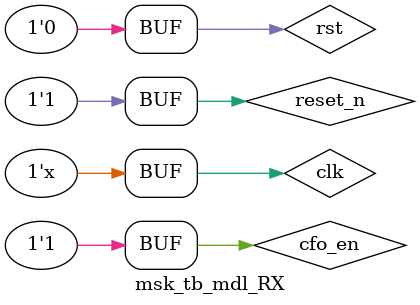
<source format=sv>
`timescale 1ns / 1ps  // <time_unit>/<time_precision>



module msk_tb_mdl_RX;

  // Clock and reset
  logic clk=0;
  logic reset_n;

  // Clock generation (200 MHz)
  always #2.5ns clk = ~clk; // 5 ns period (200 MHz)
  //always #625ps clk = ~clk; // 800 MHz

  initial begin
    // Initialize signals
    clk = 0;
    reset_n = 0;
    #20 reset_n = 1;

  end
  logic rst;
  assign rst = !reset_n;

//-------------------------------------------------------------------------------------------------

  localparam int FDW = 256;
  localparam logic [FDW-1:0] FIXED_DATA = 'h901000000033000000FFFFFFFF010000007700ffff00000001010000ffa50ffe;

//-------------------------------------------------------------------------------------------------
// adc_long
// 
// adc_0, adc_Tp30, adc_Tp10, adc_Tp05, adc_Tp40, adc_Tp49
// adc_Tp30_C40_Jp01
// adc_2, adc_long, adc_ones, adc_alternating, adc_zeros
// adc_2_alt, adc_3_alt, adc_4_alt, adc_5_alt, adc_6_alt, adc_7_alt, adc_4_alt_T0_C0_J000
// 
// adc_5alt_Tp10, adc_5_alt_T10_C0_J000, adc_5_alt_T30_C0_J000, adc_5_alt_T0_C10_J000
// adc_5_alt_T0_C30_J000, adc_5_alt_T0_C0_J001, adc_5_alt_T0_C0_J003, adc_5_alt_T0_C0_J005
// adc_5_alt_T41_C0_J000, adc_5_alt_T0_C100_J000
// adc_5_alt_T43_C100_J005, 
//
// adc_data_nominal, adc_data_F1000.0
//-------------------------------------------------------------------------------------------------
  logic signed [15:0] adc0;

  file_read_simple #(
    .DATA_WIDTH(16),.CLKLESS(0),.PERIOD_NS(),.DATA_FORMAT("dec"),.FILE_DIR("sub/msk_modem/sim/data/"),
    .FILE_NAME("adc_data_F1000.0.dat") //adc_5_alt_T30_C0_J000
  ) file_read_simple_inst0 (
    .rst(~reset_n),.clk(clk),
    .data_out(adc0),
    .data_val(adc0_val)
  );

//-------------------------------------------------------------------------------------------------
//
//-------------------------------------------------------------------------------------------------
  localparam IQW = 16;
  
  logic signed [IQW-1:0] i_fir, i_mf;
  logic signed [IQW-1:0] q_fir, q_mf;

  ddc_lpf_mdl #(
    .IF(50e6 ),
    .FS(200e6) 
  ) ddc_mdl_inst (
    .clk    (clk),
    .rst    (rst),
    .adc_in (adc0),
    .adc_val(adc0_val),
    .I_out  (i_fir),
    .Q_out  (q_fir),
    .iq_out_val(iq_val)
  );

  msk_mf #(
    .WI (IQW), .WO (IQW)
  ) msk_mf_I (
    .clk      (clk),
    .din      (i_fir),
    .din_val  (iq_val),
    .dout     (i_mf),
    .dout_val (mf_val)
  );

  msk_mf #(
    .WI (IQW), .WO (IQW)
  ) msk_mf_Q (
    .clk      (clk),
    .din      (q_fir),
    .din_val  (iq_val),
    .dout     (q_mf),
    .dout_val ()
  );



  localparam int WIQ    = IQW;
  localparam int WO     = 18;
  localparam int WERR   = 18;
  localparam int INT_W  = 5;
  localparam int FRAC_W = 27;

  logic signed  [WIQ-1:0]     i_raw_delay, q_raw_delay;
  logic signed  [WO-1:0]      i_sym, q_sym;
  logic signed  [WERR-1:0]    ek, lf_ctrl;
  logic         [INT_W-1:0]   phase_int;
  logic         [FRAC_W-1:0]  mu;


  gardner_ted_mdl #(
    .RAW_DLY  (5), // adjusted here to 5 to stabilize coarse CFO. need repeat data sequence of "0011" / "00001111" 
    .OSF      (20),
    .WI       (16),
    .WO       (18)
  ) gardner_ted_inst (
    .clk          (clk      ),
    .reset_n      (reset_n  ),
    .i_in         (i_mf     ),
    .q_in         (q_mf     ),
    .iq_val       (mf_val   ),
    .sym_valid_i  (sym_val  ),
    .e_out_o      (ek       ),
    .e_valid_o    (ek_val   ),
    .i_raw_delay_o(i_raw_delay),
    .q_raw_delay_o(q_raw_delay)
  );

  pi_loop_filter_mdl #(
    .WERR      (WERR),
//    .KP_SHIFT  (7 ),
//    .KI_SHIFT  (12),
    .ACC_WIDTH (24)
  ) pi_loop_filter_inst (
    .clk        (clk          ),
    .reset_n    (reset_n      ),
    .e_in_i     (ek           ),
    .e_valid_i  (ek_val       ),
    .ctrl_o     (lf_ctrl      ),
    .ctrl_val_o (lf_ctrl_val  )
  );


  phase_accum_mdl #(
    .OSF       (20),
    .CTRL_W    (WERR),
    .INT_W     (INT_W ),
    .FRAC_W    (FRAC_W)
  ) phase_accum_inst (
    .clk          (clk        ),
    .reset_n      (reset_n    ),
    .ctrl_i       (lf_ctrl    ),
    .ctrl_val_i   (lf_ctrl_val),
    .sym_valid_o  (sym_val    ),
    .phase_int_o  (phase_int  ),
    .mu_o         (mu         )
  );

//-------------------------------------------------------------------------------------------------
// new interp mdl
//-------------------------------------------------------------------------------------------------
  localparam PIW = 16;
  logic signed [PIW-1:0] i_sym_interp, q_sym_interp;

  polyphase_interp_mdl #(
    .OSF       (20),
    .TAPS_PPH  (INT_W ),
    .WIQ       (WIQ),
    .WO        (PIW)
  ) polyphase_interp_NEW (
    .clk          (clk        ),
    .rst          (rst        ),
    .i_raw_i      (i_raw_delay),
    .q_raw_i      (q_raw_delay),
    .iq_raw_val_i (iq_val     ), 
    .phase_int_i  (phase_int  ),
    .mu_i         (mu         ),
    .sym_valid_i  (sym_val    ),
    .i_sym_o      (i_sym_interp  ),
    .q_sym_o      (q_sym_interp  ),
    .sym_valid_o  (sym_val_interp)
  );

  msk_slicer_dec_mdl #(
    .IW (PIW)
  ) msk_slicer_dec_NEW (
    .clk          (clk          ),
    .reset_n      (reset_n      ),
    .i_sym_i      (i_sym_interp ),
    .q_sym_i      (q_sym_interp ),
    .sym_valid_i  (sym_val_interp  ),
    .data_o       (data_NEW     ),
    .data_valid_o (data_val_NEW )
  );

  localparam shifterWid = 128;

  shifter_viewer # (
    .FDW(FDW),
    .FIXED_DATA(FIXED_DATA),
    .WIDTH(shifterWid)
  ) shifter_viewer_NEW (
    .clk        (clk),
    .rst        (!reset_n),
    .data_i     (data_NEW),
    .data_val_i (data_val_NEW)
  );

//-------------------------------------------------------------------------------------------------
// OVERSAMP BYPASS old demod works
// bypass loop
//-------------------------------------------------------------------------------------------------

  msk_demod_mdl #(
    .FS     (200.0e6),  
    .F_SYM  (10.0e6 )   
  )msk_demod_mdl_OVERSAMP(
    .clk          (clk),
    .reset_n      (reset_n),
    .midpoint_adj (1),
    .i_in         (i_fir),
    .q_in         (q_fir),
    .iq_val       (iq_val),
    .data_out     (data_OVERSAMP),
    .data_val     (data_val_OVERSAMP)
  );


  shifter_viewer # (
    .FDW(FDW),
    .FIXED_DATA(FIXED_DATA),
    .WIDTH(shifterWid)
  ) shifter_viewer_OVERSAMP (
    .clk        (clk),
    .rst        (!reset_n),
    .data_i     (data_OVERSAMP),
    .data_val_i (data_val_OVERSAMP)
  );


//-------------------------------------------------------------------------------------------------
// carrier recovery
//-------------------------------------------------------------------------------------------------
  logic cfo_en;

//  variable_strobe # (.PTR(2)) 
//  variable_strobe_inst (
//    .clk(clk),.rst(rst),
//    .en_i('1),
//    .stb_o(sym_val_dbg));


  coarse_cfo_mdl coarse_cfo_mdl_inst (
    .clk        (clk              ),
    .rst_n      (reset_n          ),
    .enable     (cfo_en           ), // high during acquisition
    .vld_in     (sym_val_interp   ), // one strobe per symbol
    .i_in       (i_sym_interp     ), // timing‑loop I sample
    .q_in       (q_sym_interp     ), // timing‑loop Q sample
    .freq_word  (), // coarse word for NCO
    .done       ()  // 1‑clk pulse when estimate valid
  );

  initial begin 
    cfo_en = '0;
    #400ns
    cfo_en = '1;
  end


  localparam DIW = 16;
  localparam DDSW = 16;
  localparam PW = 32;
 
  logic signed [DIW-1:0] derot_i, derot_q;
  logic signed [DDSW-1:0] dds_sin, dds_cos;


  derotator_mdl #(
    .WIDTH        (DIW),
    .DDS_WIDTH    (DDSW),
    .PHASE_WIDTH  (PW)
  ) derotator_mdl_inst (
    .clk            (clk),
    .rst            (rst),            
    .sym_valid_in   (sym_val_interp && cfo_en), 
    .din_i          (i_sym_interp),
    .din_q          (q_sym_interp),
    .cos_in         (dds_cos),
    .sin_in         (dds_sin),
    .sym_valid_out  (derot_val),  
    .dout_i         (derot_i),
    .dout_q         (derot_q)
  );

  localparam EW = 24;
  logic signed [EW-1:0] pdet_err;

  phase_detector_mdl #(
    .IW (DIW), 
    .EW (EW)  
  ) phase_detector_mdl_inst (
    .clk        (clk),
    .rst        (rst),
    .sym_valid  (derot_val && cfo_en),
    .din_i      (derot_i),
    .din_q      (derot_q),
    .err_valid  (pdet_err_val),
    .phase_err  (pdet_err)
  );

  logic signed [PW-1:0] freq_word;

  loop_filter_cfo_mdl #(
    .ERR_WIDTH      (EW), 
    .PHASE_WIDTH    (PW), 
    .KP             (1.2e-6), 
    .KI             (5.0e-8)  
  ) loop_filter_cfo_mdl_inst (
    .clk            (clk),
    .rst            (rst),
    .err_valid_i    (pdet_err_val),   
    .phase_err_i    (pdet_err),   // phase detect
    .freq_valid_o   (freq_word_val),   
    .freq_word_o    (freq_word)    
  );

  nco_dds_mdl #(
    .PHASE_WIDTH  (PW),
    .AMP_WIDTH    (DDSW) 
  ) nco_dds_mdl_inst (
    .clk          (clk),
    .rst          (rst),
    .freq_word_i  (freq_word),   // from loop filter
    .phase_word_o (),   // n/c for debug/view
    .cos_out      (dds_cos),// do derotator
    .sin_out      (dds_sin)    
  );

//-------------------------------------------------------------------------------------------------
// carrier recovery
//-------------------------------------------------------------------------------------------------


  msk_slicer_dec_mdl #(
    .IW (PIW)
  ) msk_slicer_dec_CFO(
    .clk          (clk          ),
    .reset_n      (reset_n      ),
    .i_sym_i      (derot_i      ),
    .q_sym_i      (derot_q      ),
    .sym_valid_i  (derot_val    ),
    .data_o       (data_CFO     ),
    .data_valid_o (data_val_CFO )
  );

//  localparam int FDW = 256;
//  localparam logic [FDW-1:0] FIXED_DATA = 'h901000000033000000FFFFFFFF010000007700ffff00000001010000ffa50ffe;

  shifter_viewer # (
    .FDW(FDW),
    .FIXED_DATA(FIXED_DATA),
    .WIDTH(shifterWid)
  ) shifter_viewer_CFO (
    .clk        (clk),
    .rst        (!reset_n),
    .data_i     (data_CFO),
    .data_val_i (data_val_CFO)
  );


endmodule

//  9010_0000_0033_0000_00FF_FFFF_FF01_0000_0077_00ff_ff00_0000_0101_0000_ffa5_0ffe
//  901000000033000000FFFFFFFF010000007700ffff00000001010000ffa50ffe

</source>
